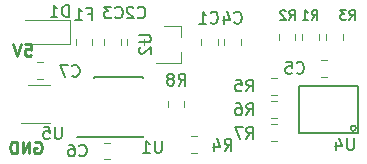
<source format=gbr>
G04 #@! TF.GenerationSoftware,KiCad,Pcbnew,5.0.2-bee76a0~70~ubuntu18.04.1*
G04 #@! TF.CreationDate,2020-01-10T18:50:58-05:00*
G04 #@! TF.ProjectId,ESP-AHT10-Extra,4553502d-4148-4543-9130-2d4578747261,1.4*
G04 #@! TF.SameCoordinates,PX7bfa480PY66c2270*
G04 #@! TF.FileFunction,Legend,Bot*
G04 #@! TF.FilePolarity,Positive*
%FSLAX46Y46*%
G04 Gerber Fmt 4.6, Leading zero omitted, Abs format (unit mm)*
G04 Created by KiCad (PCBNEW 5.0.2-bee76a0~70~ubuntu18.04.1) date Fri 10 Jan 2020 06:50:58 PM EST*
%MOMM*%
%LPD*%
G01*
G04 APERTURE LIST*
%ADD10C,0.250000*%
%ADD11C,0.120000*%
%ADD12C,0.150000*%
G04 APERTURE END LIST*
D10*
X11011904Y5750000D02*
X11107142Y5797620D01*
X11250000Y5797620D01*
X11392857Y5750000D01*
X11488095Y5654762D01*
X11535714Y5559524D01*
X11583333Y5369048D01*
X11583333Y5226191D01*
X11535714Y5035715D01*
X11488095Y4940477D01*
X11392857Y4845239D01*
X11250000Y4797620D01*
X11154761Y4797620D01*
X11011904Y4845239D01*
X10964285Y4892858D01*
X10964285Y5226191D01*
X11154761Y5226191D01*
X10535714Y4797620D02*
X10535714Y5797620D01*
X9964285Y4797620D01*
X9964285Y5797620D01*
X9488095Y4797620D02*
X9488095Y5797620D01*
X9250000Y5797620D01*
X9107142Y5750000D01*
X9011904Y5654762D01*
X8964285Y5559524D01*
X8916666Y5369048D01*
X8916666Y5226191D01*
X8964285Y5035715D01*
X9011904Y4940477D01*
X9107142Y4845239D01*
X9250000Y4797620D01*
X9488095Y4797620D01*
X10190476Y14047620D02*
X10666666Y14047620D01*
X10714285Y13571429D01*
X10666666Y13619048D01*
X10571428Y13666667D01*
X10333333Y13666667D01*
X10238095Y13619048D01*
X10190476Y13571429D01*
X10142857Y13476191D01*
X10142857Y13238096D01*
X10190476Y13142858D01*
X10238095Y13095239D01*
X10333333Y13047620D01*
X10571428Y13047620D01*
X10666666Y13095239D01*
X10714285Y13142858D01*
X9857142Y14047620D02*
X9523809Y13047620D01*
X9190476Y14047620D01*
D11*
G04 #@! TO.C,F1*
X14451000Y13953922D02*
X14451000Y14471078D01*
X15871000Y13953922D02*
X15871000Y14471078D01*
D12*
G04 #@! TO.C,U1*
X15984217Y6162626D02*
X15984217Y6212626D01*
X20134217Y6162626D02*
X20134217Y6307626D01*
X20134217Y11312626D02*
X20134217Y11167626D01*
X15984217Y11312626D02*
X15984217Y11167626D01*
X15984217Y6162626D02*
X20134217Y6162626D01*
X15984217Y11312626D02*
X20134217Y11312626D01*
X15984217Y6212626D02*
X14584217Y6212626D01*
G04 #@! TO.C,U4*
X38355703Y6541380D02*
X38355703Y10541380D01*
X38355703Y10541380D02*
X33355703Y10541380D01*
X33355703Y10541380D02*
X33355703Y6541380D01*
X33355703Y6541380D02*
X38355703Y6541380D01*
X38179310Y6941380D02*
G75*
G03X38179310Y6941380I-223607J0D01*
G01*
D11*
G04 #@! TO.C,U5*
X10450000Y10635000D02*
X12250000Y10635000D01*
X12250000Y7415000D02*
X9800000Y7415000D01*
G04 #@! TO.C,C1*
X26486000Y14499958D02*
X26486000Y13982802D01*
X25066000Y14499958D02*
X25066000Y13982802D01*
G04 #@! TO.C,C2*
X18815000Y14499958D02*
X18815000Y13982802D01*
X20235000Y14499958D02*
X20235000Y13982802D01*
G04 #@! TO.C,C3*
X18285000Y14499958D02*
X18285000Y13982802D01*
X16865000Y14499958D02*
X16865000Y13982802D01*
G04 #@! TO.C,C4*
X28436000Y14499958D02*
X28436000Y13982802D01*
X27016000Y14499958D02*
X27016000Y13982802D01*
G04 #@! TO.C,C5*
X35241422Y11290000D02*
X35758578Y11290000D01*
X35241422Y12710000D02*
X35758578Y12710000D01*
G04 #@! TO.C,C6*
X17403078Y5717000D02*
X16885922Y5717000D01*
X17403078Y4297000D02*
X16885922Y4297000D01*
G04 #@! TO.C,C7*
X11141422Y11090000D02*
X11658578Y11090000D01*
X11141422Y12510000D02*
X11658578Y12510000D01*
G04 #@! TO.C,D1*
X14000000Y16075000D02*
X14000000Y14075000D01*
X14000000Y14075000D02*
X10150000Y14075000D01*
X14000000Y16075000D02*
X10150000Y16075000D01*
G04 #@! TO.C,R1*
X35065703Y14382802D02*
X35065703Y14899958D01*
X33645703Y14382802D02*
X33645703Y14899958D01*
G04 #@! TO.C,R2*
X33065703Y14382802D02*
X33065703Y14899958D01*
X31645703Y14382802D02*
X31645703Y14899958D01*
G04 #@! TO.C,R3*
X37065703Y14382802D02*
X37065703Y14899958D01*
X35645703Y14382802D02*
X35645703Y14899958D01*
G04 #@! TO.C,R4*
X24708578Y4831380D02*
X24191422Y4831380D01*
X24708578Y6251380D02*
X24191422Y6251380D01*
G04 #@! TO.C,R5*
X31508578Y9790000D02*
X30991422Y9790000D01*
X31508578Y11210000D02*
X30991422Y11210000D01*
G04 #@! TO.C,R6*
X30991422Y9251380D02*
X31508578Y9251380D01*
X30991422Y7831380D02*
X31508578Y7831380D01*
G04 #@! TO.C,R7*
X30991422Y5831380D02*
X31508578Y5831380D01*
X30991422Y7251380D02*
X31508578Y7251380D01*
G04 #@! TO.C,R8*
X23660000Y9258578D02*
X23660000Y8741422D01*
X22240000Y9258578D02*
X22240000Y8741422D01*
G04 #@! TO.C,U2*
X23414000Y15604000D02*
X23414000Y14674000D01*
X23414000Y12444000D02*
X23414000Y13374000D01*
X23414000Y12444000D02*
X21254000Y12444000D01*
X23414000Y15604000D02*
X21954000Y15604000D01*
G04 #@! TO.C,F1*
D12*
X15469333Y16635429D02*
X15802666Y16635429D01*
X15802666Y16111620D02*
X15802666Y17111620D01*
X15326476Y17111620D01*
X14421714Y16111620D02*
X14993142Y16111620D01*
X14707428Y16111620D02*
X14707428Y17111620D01*
X14802666Y16968762D01*
X14897904Y16873524D01*
X14993142Y16825905D01*
G04 #@! TO.C,U1*
X21736904Y5872620D02*
X21736904Y5063096D01*
X21689285Y4967858D01*
X21641666Y4920239D01*
X21546428Y4872620D01*
X21355952Y4872620D01*
X21260714Y4920239D01*
X21213095Y4967858D01*
X21165476Y5063096D01*
X21165476Y5872620D01*
X20165476Y4872620D02*
X20736904Y4872620D01*
X20451190Y4872620D02*
X20451190Y5872620D01*
X20546428Y5729762D01*
X20641666Y5634524D01*
X20736904Y5586905D01*
G04 #@! TO.C,U4*
X38011904Y6097620D02*
X38011904Y5288096D01*
X37964285Y5192858D01*
X37916666Y5145239D01*
X37821428Y5097620D01*
X37630952Y5097620D01*
X37535714Y5145239D01*
X37488095Y5192858D01*
X37440476Y5288096D01*
X37440476Y6097620D01*
X36535714Y5764286D02*
X36535714Y5097620D01*
X36773809Y6145239D02*
X37011904Y5430953D01*
X36392857Y5430953D01*
G04 #@! TO.C,U5*
X13261904Y7047620D02*
X13261904Y6238096D01*
X13214285Y6142858D01*
X13166666Y6095239D01*
X13071428Y6047620D01*
X12880952Y6047620D01*
X12785714Y6095239D01*
X12738095Y6142858D01*
X12690476Y6238096D01*
X12690476Y7047620D01*
X11738095Y7047620D02*
X12214285Y7047620D01*
X12261904Y6571429D01*
X12214285Y6619048D01*
X12119047Y6666667D01*
X11880952Y6666667D01*
X11785714Y6619048D01*
X11738095Y6571429D01*
X11690476Y6476191D01*
X11690476Y6238096D01*
X11738095Y6142858D01*
X11785714Y6095239D01*
X11880952Y6047620D01*
X12119047Y6047620D01*
X12214285Y6095239D01*
X12261904Y6142858D01*
G04 #@! TO.C,C1*
X25892666Y15892858D02*
X25940285Y15845239D01*
X26083142Y15797620D01*
X26178380Y15797620D01*
X26321238Y15845239D01*
X26416476Y15940477D01*
X26464095Y16035715D01*
X26511714Y16226191D01*
X26511714Y16369048D01*
X26464095Y16559524D01*
X26416476Y16654762D01*
X26321238Y16750000D01*
X26178380Y16797620D01*
X26083142Y16797620D01*
X25940285Y16750000D01*
X25892666Y16702381D01*
X24940285Y15797620D02*
X25511714Y15797620D01*
X25226000Y15797620D02*
X25226000Y16797620D01*
X25321238Y16654762D01*
X25416476Y16559524D01*
X25511714Y16511905D01*
G04 #@! TO.C,C2*
X19716666Y16333858D02*
X19764285Y16286239D01*
X19907142Y16238620D01*
X20002380Y16238620D01*
X20145238Y16286239D01*
X20240476Y16381477D01*
X20288095Y16476715D01*
X20335714Y16667191D01*
X20335714Y16810048D01*
X20288095Y17000524D01*
X20240476Y17095762D01*
X20145238Y17191000D01*
X20002380Y17238620D01*
X19907142Y17238620D01*
X19764285Y17191000D01*
X19716666Y17143381D01*
X19335714Y17143381D02*
X19288095Y17191000D01*
X19192857Y17238620D01*
X18954761Y17238620D01*
X18859523Y17191000D01*
X18811904Y17143381D01*
X18764285Y17048143D01*
X18764285Y16952905D01*
X18811904Y16810048D01*
X19383333Y16238620D01*
X18764285Y16238620D01*
G04 #@! TO.C,C3*
X17816666Y16333858D02*
X17864285Y16286239D01*
X18007142Y16238620D01*
X18102380Y16238620D01*
X18245238Y16286239D01*
X18340476Y16381477D01*
X18388095Y16476715D01*
X18435714Y16667191D01*
X18435714Y16810048D01*
X18388095Y17000524D01*
X18340476Y17095762D01*
X18245238Y17191000D01*
X18102380Y17238620D01*
X18007142Y17238620D01*
X17864285Y17191000D01*
X17816666Y17143381D01*
X17483333Y17238620D02*
X16864285Y17238620D01*
X17197619Y16857667D01*
X17054761Y16857667D01*
X16959523Y16810048D01*
X16911904Y16762429D01*
X16864285Y16667191D01*
X16864285Y16429096D01*
X16911904Y16333858D01*
X16959523Y16286239D01*
X17054761Y16238620D01*
X17340476Y16238620D01*
X17435714Y16286239D01*
X17483333Y16333858D01*
G04 #@! TO.C,C4*
X27892666Y15892858D02*
X27940285Y15845239D01*
X28083142Y15797620D01*
X28178380Y15797620D01*
X28321238Y15845239D01*
X28416476Y15940477D01*
X28464095Y16035715D01*
X28511714Y16226191D01*
X28511714Y16369048D01*
X28464095Y16559524D01*
X28416476Y16654762D01*
X28321238Y16750000D01*
X28178380Y16797620D01*
X28083142Y16797620D01*
X27940285Y16750000D01*
X27892666Y16702381D01*
X27035523Y16464286D02*
X27035523Y15797620D01*
X27273619Y16845239D02*
X27511714Y16130953D01*
X26892666Y16130953D01*
G04 #@! TO.C,C5*
X33166666Y11642858D02*
X33214285Y11595239D01*
X33357142Y11547620D01*
X33452380Y11547620D01*
X33595238Y11595239D01*
X33690476Y11690477D01*
X33738095Y11785715D01*
X33785714Y11976191D01*
X33785714Y12119048D01*
X33738095Y12309524D01*
X33690476Y12404762D01*
X33595238Y12500000D01*
X33452380Y12547620D01*
X33357142Y12547620D01*
X33214285Y12500000D01*
X33166666Y12452381D01*
X32261904Y12547620D02*
X32738095Y12547620D01*
X32785714Y12071429D01*
X32738095Y12119048D01*
X32642857Y12166667D01*
X32404761Y12166667D01*
X32309523Y12119048D01*
X32261904Y12071429D01*
X32214285Y11976191D01*
X32214285Y11738096D01*
X32261904Y11642858D01*
X32309523Y11595239D01*
X32404761Y11547620D01*
X32642857Y11547620D01*
X32738095Y11595239D01*
X32785714Y11642858D01*
G04 #@! TO.C,C6*
X14761166Y4649858D02*
X14808785Y4602239D01*
X14951642Y4554620D01*
X15046880Y4554620D01*
X15189738Y4602239D01*
X15284976Y4697477D01*
X15332595Y4792715D01*
X15380214Y4983191D01*
X15380214Y5126048D01*
X15332595Y5316524D01*
X15284976Y5411762D01*
X15189738Y5507000D01*
X15046880Y5554620D01*
X14951642Y5554620D01*
X14808785Y5507000D01*
X14761166Y5459381D01*
X13904023Y5554620D02*
X14094500Y5554620D01*
X14189738Y5507000D01*
X14237357Y5459381D01*
X14332595Y5316524D01*
X14380214Y5126048D01*
X14380214Y4745096D01*
X14332595Y4649858D01*
X14284976Y4602239D01*
X14189738Y4554620D01*
X13999261Y4554620D01*
X13904023Y4602239D01*
X13856404Y4649858D01*
X13808785Y4745096D01*
X13808785Y4983191D01*
X13856404Y5078429D01*
X13904023Y5126048D01*
X13999261Y5173667D01*
X14189738Y5173667D01*
X14284976Y5126048D01*
X14332595Y5078429D01*
X14380214Y4983191D01*
G04 #@! TO.C,C7*
X14166666Y11392858D02*
X14214285Y11345239D01*
X14357142Y11297620D01*
X14452380Y11297620D01*
X14595238Y11345239D01*
X14690476Y11440477D01*
X14738095Y11535715D01*
X14785714Y11726191D01*
X14785714Y11869048D01*
X14738095Y12059524D01*
X14690476Y12154762D01*
X14595238Y12250000D01*
X14452380Y12297620D01*
X14357142Y12297620D01*
X14214285Y12250000D01*
X14166666Y12202381D01*
X13833333Y12297620D02*
X13166666Y12297620D01*
X13595238Y11297620D01*
G04 #@! TO.C,D1*
X13863095Y16372620D02*
X13863095Y17372620D01*
X13625000Y17372620D01*
X13482142Y17325000D01*
X13386904Y17229762D01*
X13339285Y17134524D01*
X13291666Y16944048D01*
X13291666Y16801191D01*
X13339285Y16610715D01*
X13386904Y16515477D01*
X13482142Y16420239D01*
X13625000Y16372620D01*
X13863095Y16372620D01*
X12339285Y16372620D02*
X12910714Y16372620D01*
X12625000Y16372620D02*
X12625000Y17372620D01*
X12720238Y17229762D01*
X12815476Y17134524D01*
X12910714Y17086905D01*
G04 #@! TO.C,R1*
X34433333Y16138096D02*
X34700000Y16519048D01*
X34890476Y16138096D02*
X34890476Y16938096D01*
X34585714Y16938096D01*
X34509523Y16900000D01*
X34471428Y16861905D01*
X34433333Y16785715D01*
X34433333Y16671429D01*
X34471428Y16595239D01*
X34509523Y16557143D01*
X34585714Y16519048D01*
X34890476Y16519048D01*
X33671428Y16138096D02*
X34128571Y16138096D01*
X33900000Y16138096D02*
X33900000Y16938096D01*
X33976190Y16823810D01*
X34052380Y16747620D01*
X34128571Y16709524D01*
G04 #@! TO.C,R2*
X32533333Y16138096D02*
X32800000Y16519048D01*
X32990476Y16138096D02*
X32990476Y16938096D01*
X32685714Y16938096D01*
X32609523Y16900000D01*
X32571428Y16861905D01*
X32533333Y16785715D01*
X32533333Y16671429D01*
X32571428Y16595239D01*
X32609523Y16557143D01*
X32685714Y16519048D01*
X32990476Y16519048D01*
X32228571Y16861905D02*
X32190476Y16900000D01*
X32114285Y16938096D01*
X31923809Y16938096D01*
X31847619Y16900000D01*
X31809523Y16861905D01*
X31771428Y16785715D01*
X31771428Y16709524D01*
X31809523Y16595239D01*
X32266666Y16138096D01*
X31771428Y16138096D01*
G04 #@! TO.C,R3*
X37633333Y16138096D02*
X37900000Y16519048D01*
X38090476Y16138096D02*
X38090476Y16938096D01*
X37785714Y16938096D01*
X37709523Y16900000D01*
X37671428Y16861905D01*
X37633333Y16785715D01*
X37633333Y16671429D01*
X37671428Y16595239D01*
X37709523Y16557143D01*
X37785714Y16519048D01*
X38090476Y16519048D01*
X37366666Y16938096D02*
X36871428Y16938096D01*
X37138095Y16633334D01*
X37023809Y16633334D01*
X36947619Y16595239D01*
X36909523Y16557143D01*
X36871428Y16480953D01*
X36871428Y16290477D01*
X36909523Y16214286D01*
X36947619Y16176191D01*
X37023809Y16138096D01*
X37252380Y16138096D01*
X37328571Y16176191D01*
X37366666Y16214286D01*
G04 #@! TO.C,R4*
X27066666Y5047620D02*
X27400000Y5523810D01*
X27638095Y5047620D02*
X27638095Y6047620D01*
X27257142Y6047620D01*
X27161904Y6000000D01*
X27114285Y5952381D01*
X27066666Y5857143D01*
X27066666Y5714286D01*
X27114285Y5619048D01*
X27161904Y5571429D01*
X27257142Y5523810D01*
X27638095Y5523810D01*
X26209523Y5714286D02*
X26209523Y5047620D01*
X26447619Y6095239D02*
X26685714Y5380953D01*
X26066666Y5380953D01*
G04 #@! TO.C,R5*
X28916666Y10047620D02*
X29250000Y10523810D01*
X29488095Y10047620D02*
X29488095Y11047620D01*
X29107142Y11047620D01*
X29011904Y11000000D01*
X28964285Y10952381D01*
X28916666Y10857143D01*
X28916666Y10714286D01*
X28964285Y10619048D01*
X29011904Y10571429D01*
X29107142Y10523810D01*
X29488095Y10523810D01*
X28011904Y11047620D02*
X28488095Y11047620D01*
X28535714Y10571429D01*
X28488095Y10619048D01*
X28392857Y10666667D01*
X28154761Y10666667D01*
X28059523Y10619048D01*
X28011904Y10571429D01*
X27964285Y10476191D01*
X27964285Y10238096D01*
X28011904Y10142858D01*
X28059523Y10095239D01*
X28154761Y10047620D01*
X28392857Y10047620D01*
X28488095Y10095239D01*
X28535714Y10142858D01*
G04 #@! TO.C,R6*
X28916666Y8047620D02*
X29250000Y8523810D01*
X29488095Y8047620D02*
X29488095Y9047620D01*
X29107142Y9047620D01*
X29011904Y9000000D01*
X28964285Y8952381D01*
X28916666Y8857143D01*
X28916666Y8714286D01*
X28964285Y8619048D01*
X29011904Y8571429D01*
X29107142Y8523810D01*
X29488095Y8523810D01*
X28059523Y9047620D02*
X28250000Y9047620D01*
X28345238Y9000000D01*
X28392857Y8952381D01*
X28488095Y8809524D01*
X28535714Y8619048D01*
X28535714Y8238096D01*
X28488095Y8142858D01*
X28440476Y8095239D01*
X28345238Y8047620D01*
X28154761Y8047620D01*
X28059523Y8095239D01*
X28011904Y8142858D01*
X27964285Y8238096D01*
X27964285Y8476191D01*
X28011904Y8571429D01*
X28059523Y8619048D01*
X28154761Y8666667D01*
X28345238Y8666667D01*
X28440476Y8619048D01*
X28488095Y8571429D01*
X28535714Y8476191D01*
G04 #@! TO.C,R7*
X28916666Y6047620D02*
X29250000Y6523810D01*
X29488095Y6047620D02*
X29488095Y7047620D01*
X29107142Y7047620D01*
X29011904Y7000000D01*
X28964285Y6952381D01*
X28916666Y6857143D01*
X28916666Y6714286D01*
X28964285Y6619048D01*
X29011904Y6571429D01*
X29107142Y6523810D01*
X29488095Y6523810D01*
X28583333Y7047620D02*
X27916666Y7047620D01*
X28345238Y6047620D01*
G04 #@! TO.C,R8*
X23166666Y10547620D02*
X23500000Y11023810D01*
X23738095Y10547620D02*
X23738095Y11547620D01*
X23357142Y11547620D01*
X23261904Y11500000D01*
X23214285Y11452381D01*
X23166666Y11357143D01*
X23166666Y11214286D01*
X23214285Y11119048D01*
X23261904Y11071429D01*
X23357142Y11023810D01*
X23738095Y11023810D01*
X22595238Y11119048D02*
X22690476Y11166667D01*
X22738095Y11214286D01*
X22785714Y11309524D01*
X22785714Y11357143D01*
X22738095Y11452381D01*
X22690476Y11500000D01*
X22595238Y11547620D01*
X22404761Y11547620D01*
X22309523Y11500000D01*
X22261904Y11452381D01*
X22214285Y11357143D01*
X22214285Y11309524D01*
X22261904Y11214286D01*
X22309523Y11166667D01*
X22404761Y11119048D01*
X22595238Y11119048D01*
X22690476Y11071429D01*
X22738095Y11023810D01*
X22785714Y10928572D01*
X22785714Y10738096D01*
X22738095Y10642858D01*
X22690476Y10595239D01*
X22595238Y10547620D01*
X22404761Y10547620D01*
X22309523Y10595239D01*
X22261904Y10642858D01*
X22214285Y10738096D01*
X22214285Y10928572D01*
X22261904Y11023810D01*
X22309523Y11071429D01*
X22404761Y11119048D01*
G04 #@! TO.C,U2*
X19820380Y14785905D02*
X20629904Y14785905D01*
X20725142Y14738286D01*
X20772761Y14690667D01*
X20820380Y14595429D01*
X20820380Y14404953D01*
X20772761Y14309715D01*
X20725142Y14262096D01*
X20629904Y14214477D01*
X19820380Y14214477D01*
X19915619Y13785905D02*
X19868000Y13738286D01*
X19820380Y13643048D01*
X19820380Y13404953D01*
X19868000Y13309715D01*
X19915619Y13262096D01*
X20010857Y13214477D01*
X20106095Y13214477D01*
X20248952Y13262096D01*
X20820380Y13833524D01*
X20820380Y13214477D01*
G04 #@! TD*
M02*

</source>
